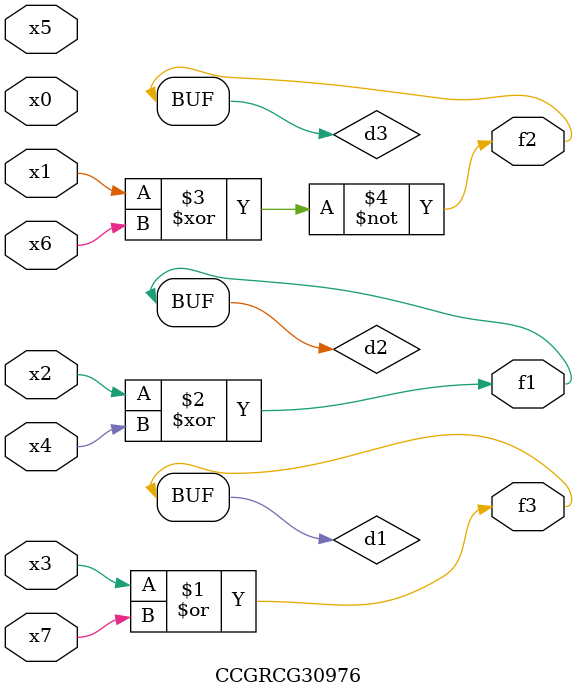
<source format=v>
module CCGRCG30976(
	input x0, x1, x2, x3, x4, x5, x6, x7,
	output f1, f2, f3
);

	wire d1, d2, d3;

	or (d1, x3, x7);
	xor (d2, x2, x4);
	xnor (d3, x1, x6);
	assign f1 = d2;
	assign f2 = d3;
	assign f3 = d1;
endmodule

</source>
